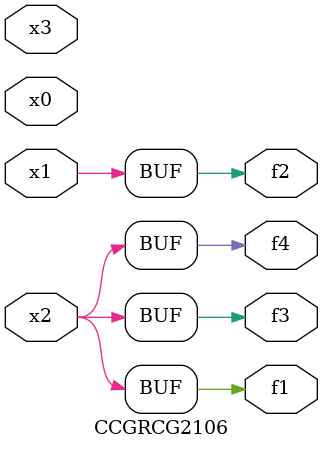
<source format=v>
module CCGRCG2106(
	input x0, x1, x2, x3,
	output f1, f2, f3, f4
);
	assign f1 = x2;
	assign f2 = x1;
	assign f3 = x2;
	assign f4 = x2;
endmodule

</source>
